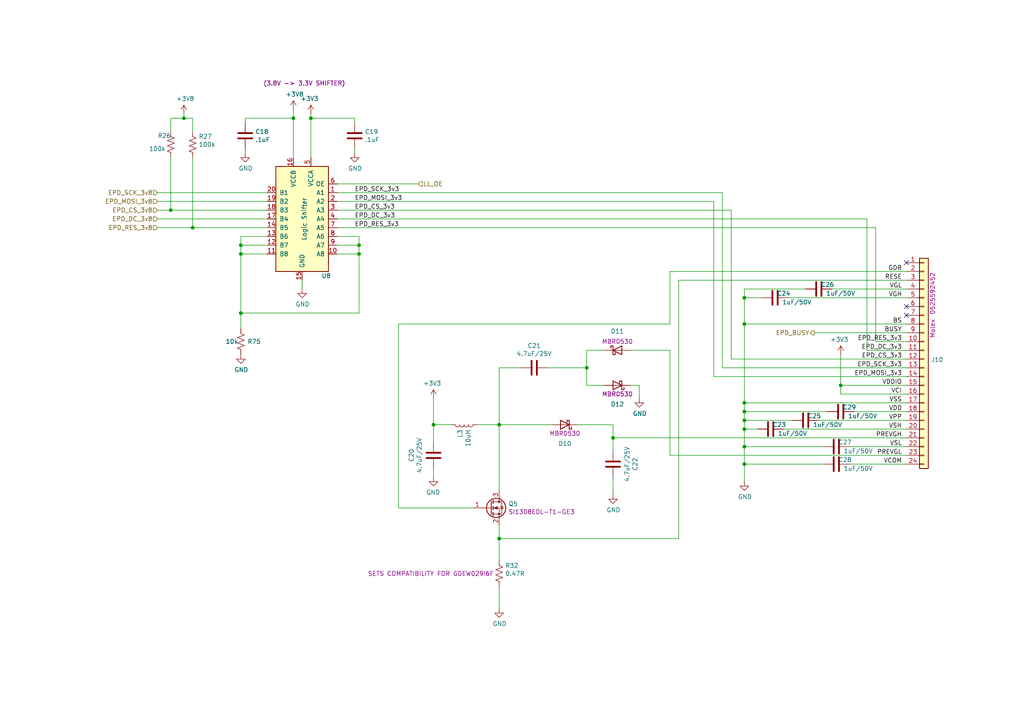
<source format=kicad_sch>
(kicad_sch (version 20211123) (generator eeschema)
  (paper "A4")
  (title_block (title "ePAPER DRIVER") (comment 1 "For Good Display GDEW029I6F "))
  (lib_symbols
    (symbol "Connector_Generic:Conn_01x24" (pin_names (offset 1.016) hide)
      (property "Reference" "J" (at 0 30.48 0))
      (property "Value" "Conn_01x24" (at 0 -33.02 0))
      (symbol "Conn_01x24_1_1"
        (rectangle (start -1.27 -30.353) (end 0 -30.607) (stroke (width 0.1524)))
        (rectangle (start -1.27 -27.813) (end 0 -28.067) (stroke (width 0.1524)))
        (rectangle (start -1.27 -25.273) (end 0 -25.527) (stroke (width 0.1524)))
        (rectangle (start -1.27 -22.733) (end 0 -22.987) (stroke (width 0.1524)))
        (rectangle (start -1.27 -20.193) (end 0 -20.447) (stroke (width 0.1524)))
        (rectangle (start -1.27 -17.653) (end 0 -17.907) (stroke (width 0.1524)))
        (rectangle (start -1.27 -15.113) (end 0 -15.367) (stroke (width 0.1524)))
        (rectangle (start -1.27 -12.573) (end 0 -12.827) (stroke (width 0.1524)))
        (rectangle (start -1.27 -10.033) (end 0 -10.287) (stroke (width 0.1524)))
        (rectangle (start -1.27 -7.493) (end 0 -7.747) (stroke (width 0.1524)))
        (rectangle (start -1.27 -4.953) (end 0 -5.207) (stroke (width 0.1524)))
        (rectangle (start -1.27 -2.413) (end 0 -2.667) (stroke (width 0.1524)))
        (rectangle (start -1.27 0.127) (end 0 -0.127) (stroke (width 0.1524)))
        (rectangle (start -1.27 2.667) (end 0 2.413) (stroke (width 0.1524)))
        (rectangle (start -1.27 5.207) (end 0 4.953) (stroke (width 0.1524)))
        (rectangle (start -1.27 7.747) (end 0 7.493) (stroke (width 0.1524)))
        (rectangle (start -1.27 10.287) (end 0 10.033) (stroke (width 0.1524)))
        (rectangle (start -1.27 12.827) (end 0 12.573) (stroke (width 0.1524)))
        (rectangle (start -1.27 15.367) (end 0 15.113) (stroke (width 0.1524)))
        (rectangle (start -1.27 17.907) (end 0 17.653) (stroke (width 0.1524)))
        (rectangle (start -1.27 20.447) (end 0 20.193) (stroke (width 0.1524)))
        (rectangle (start -1.27 22.987) (end 0 22.733) (stroke (width 0.1524)))
        (rectangle (start -1.27 25.527) (end 0 25.273) (stroke (width 0.1524)))
        (rectangle (start -1.27 28.067) (end 0 27.813) (stroke (width 0.1524)))
        (rectangle (start -1.27 29.21) (end 1.27 -31.75) (stroke (width 0.254)) (fill (type background)))
        (pin passive line (at -5.08 27.94 0) (length 3.81) (name "Pin_1") (number "1"))
        (pin passive line (at -5.08 5.08 0) (length 3.81) (name "Pin_10") (number "10"))
        (pin passive line (at -5.08 2.54 0) (length 3.81) (name "Pin_11") (number "11"))
        (pin passive line (at -5.08 0 0) (length 3.81) (name "Pin_12") (number "12"))
        (pin passive line (at -5.08 -2.54 0) (length 3.81) (name "Pin_13") (number "13"))
        (pin passive line (at -5.08 -5.08 0) (length 3.81) (name "Pin_14") (number "14"))
        (pin passive line (at -5.08 -7.62 0) (length 3.81) (name "Pin_15") (number "15"))
        (pin passive line (at -5.08 -10.16 0) (length 3.81) (name "Pin_16") (number "16"))
        (pin passive line (at -5.08 -12.7 0) (length 3.81) (name "Pin_17") (number "17"))
        (pin passive line (at -5.08 -15.24 0) (length 3.81) (name "Pin_18") (number "18"))
        (pin passive line (at -5.08 -17.78 0) (length 3.81) (name "Pin_19") (number "19"))
        (pin passive line (at -5.08 25.4 0) (length 3.81) (name "Pin_2") (number "2"))
        (pin passive line (at -5.08 -20.32 0) (length 3.81) (name "Pin_20") (number "20"))
        (pin passive line (at -5.08 -22.86 0) (length 3.81) (name "Pin_21") (number "21"))
        (pin passive line (at -5.08 -25.4 0) (length 3.81) (name "Pin_22") (number "22"))
        (pin passive line (at -5.08 -27.94 0) (length 3.81) (name "Pin_23") (number "23"))
        (pin passive line (at -5.08 -30.48 0) (length 3.81) (name "Pin_24") (number "24"))
        (pin passive line (at -5.08 22.86 0) (length 3.81) (name "Pin_3") (number "3"))
        (pin passive line (at -5.08 20.32 0) (length 3.81) (name "Pin_4") (number "4"))
        (pin passive line (at -5.08 17.78 0) (length 3.81) (name "Pin_5") (number "5"))
        (pin passive line (at -5.08 15.24 0) (length 3.81) (name "Pin_6") (number "6"))
        (pin passive line (at -5.08 12.7 0) (length 3.81) (name "Pin_7") (number "7"))
        (pin passive line (at -5.08 10.16 0) (length 3.81) (name "Pin_8") (number "8"))
        (pin passive line (at -5.08 7.62 0) (length 3.81) (name "Pin_9") (number "9"))
      )
    )
    (symbol "Device:C" (pin_numbers hide) (pin_names (offset 0.254))
      (property "Reference" "C" (at 0.635 2.54 0))
      (property "Value" "C" (at 0.635 -2.54 0))
      (symbol "C_0_1"
        (polyline (pts (xy -2.032 -0.762) (xy 2.032 -0.762)) (stroke (width 0.508)))
        (polyline (pts (xy -2.032 0.762) (xy 2.032 0.762)) (stroke (width 0.508)))
      )
      (symbol "C_1_1"
        (pin passive line (at 0 3.81 270) (length 2.794) (name "~") (number "1"))
        (pin passive line (at 0 -3.81 90) (length 2.794) (name "~") (number "2"))
      )
    )
    (symbol "Device:L" (pin_numbers hide) (pin_names (offset 1.016) hide)
      (property "Reference" "L" (at -1.27 0 90))
      (property "Value" "L" (at 1.905 0 90))
      (symbol "L_0_1"
        (arc (start 0 -2.54) (mid 0.635 -1.905) (end 0 -1.27))
        (arc (start 0 -1.27) (mid 0.635 -0.635) (end 0 0))
        (arc (start 0 0) (mid 0.635 0.635) (end 0 1.27))
        (arc (start 0 1.27) (mid 0.635 1.905) (end 0 2.54))
      )
      (symbol "L_1_1"
        (pin passive line (at 0 3.81 270) (length 1.27) (name "1") (number "1"))
        (pin passive line (at 0 -3.81 90) (length 1.27) (name "2") (number "2"))
      )
    )
    (symbol "Device:Q_NMOS_GSD" (pin_names (offset 0) hide)
      (property "Reference" "Q" (at 5.08 1.27 0))
      (property "Value" "Q_NMOS_GSD" (at 5.08 -1.27 0))
      (symbol "Q_NMOS_GSD_0_1"
        (polyline (pts (xy 0.254 0) (xy -2.54 0)))
        (polyline (pts (xy 0.254 1.905) (xy 0.254 -1.905)) (stroke (width 0.254)))
        (polyline (pts (xy 0.762 -1.27) (xy 0.762 -2.286)) (stroke (width 0.254)))
        (polyline (pts (xy 0.762 0.508) (xy 0.762 -0.508)) (stroke (width 0.254)))
        (polyline (pts (xy 0.762 2.286) (xy 0.762 1.27)) (stroke (width 0.254)))
        (polyline (pts (xy 2.54 2.54) (xy 2.54 1.778)))
        (polyline (pts (xy 2.54 -2.54) (xy 2.54 0) (xy 0.762 0)))
        (polyline (pts (xy 0.762 -1.778) (xy 3.302 -1.778) (xy 3.302 1.778) (xy 0.762 1.778)))
        (polyline (pts (xy 1.016 0) (xy 2.032 0.381) (xy 2.032 -0.381) (xy 1.016 0)) (fill (type outline)))
        (polyline (pts (xy 2.794 0.508) (xy 2.921 0.381) (xy 3.683 0.381) (xy 3.81 0.254)))
        (polyline (pts (xy 3.302 0.381) (xy 2.921 -0.254) (xy 3.683 -0.254) (xy 3.302 0.381)))
        (circle (center 1.651 0) (radius 2.794) (stroke (width 0.254)))
        (circle (center 2.54 -1.778) (radius 0.254) (fill (type outline)))
        (circle (center 2.54 1.778) (radius 0.254) (fill (type outline)))
      )
      (symbol "Q_NMOS_GSD_1_1"
        (pin input line (at -5.08 0 0) (length 2.54) (name "G") (number "1"))
        (pin passive line (at 2.54 -5.08 90) (length 2.54) (name "S") (number "2"))
        (pin passive line (at 2.54 5.08 270) (length 2.54) (name "D") (number "3"))
      )
    )
    (symbol "Device:R_US" (pin_numbers hide) (pin_names (offset 0))
      (property "Reference" "R" (at 2.54 0 90))
      (property "Value" "R_US" (at -2.54 0 90))
      (symbol "R_US_0_1"
        (polyline (pts (xy 0 -2.286) (xy 0 -2.54)))
        (polyline (pts (xy 0 2.286) (xy 0 2.54)))
        (polyline (pts (xy 0 -0.762) (xy 1.016 -1.143) (xy 0 -1.524) (xy -1.016 -1.905) (xy 0 -2.286)))
        (polyline (pts (xy 0 0.762) (xy 1.016 0.381) (xy 0 0) (xy -1.016 -0.381) (xy 0 -0.762)))
        (polyline (pts (xy 0 2.286) (xy 1.016 1.905) (xy 0 1.524) (xy -1.016 1.143) (xy 0 0.762)))
      )
      (symbol "R_US_1_1"
        (pin passive line (at 0 3.81 270) (length 1.27) (name "~") (number "1"))
        (pin passive line (at 0 -3.81 90) (length 1.27) (name "~") (number "2"))
      )
    )
    (symbol "Diode:MBR0530" (pin_numbers hide) (pin_names (offset 1.016) hide)
      (property "Reference" "D" (at 0 2.54 0))
      (property "Value" "MBR0530" (at 0 -2.54 0))
      (symbol "MBR0530_0_1"
        (polyline (pts (xy 1.27 0) (xy -1.27 0)))
        (polyline (pts (xy 1.27 1.27) (xy 1.27 -1.27) (xy -1.27 0) (xy 1.27 1.27)) (stroke (width 0.254)))
        (polyline (pts (xy -1.905 0.635) (xy -1.905 1.27) (xy -1.27 1.27) (xy -1.27 -1.27) (xy -0.635 -1.27) (xy -0.635 -0.635)) (stroke (width 0.254)))
      )
      (symbol "MBR0530_1_1"
        (pin passive line (at -3.81 0 0) (length 2.54) (name "K") (number "1"))
        (pin passive line (at 3.81 0 180) (length 2.54) (name "A") (number "2"))
      )
    )
    (symbol "MBR0530_1" (pin_numbers hide) (pin_names (offset 1.016) hide)
      (property "Reference" "D" (at 0 2.54 0))
      (property "Value" "MBR0530_1" (at 0 -2.54 0))
      (symbol "MBR0530_1_0_1"
        (polyline (pts (xy 1.27 0) (xy -1.27 0)))
        (polyline (pts (xy 1.27 1.27) (xy 1.27 -1.27) (xy -1.27 0) (xy 1.27 1.27)) (stroke (width 0.254)))
        (polyline (pts (xy -1.905 0.635) (xy -1.905 1.27) (xy -1.27 1.27) (xy -1.27 -1.27) (xy -0.635 -1.27) (xy -0.635 -0.635)) (stroke (width 0.254)))
      )
      (symbol "MBR0530_1_1_1"
        (pin passive line (at -3.81 0 0) (length 2.54) (name "K") (number "1"))
        (pin passive line (at 3.81 0 180) (length 2.54) (name "A") (number "2"))
      )
    )
    (symbol "MyLibrary:TXB0108DQS" (pin_names (offset 1.016))
      (property "Reference" "U" (at 5.08 -16.51 0))
      (property "Value" "MyLibrary_TXB0108DQS" (at 0 0 90))
      (symbol "TXB0108DQS_1_1"
        (rectangle (start -7.62 15.24) (end 7.62 -15.24) (stroke (width 0.254)) (fill (type background)))
        (pin bidirectional line (at -10.16 7.62 0) (length 2.54) (name "A1") (number "1"))
        (pin bidirectional line (at -10.16 -10.16 0) (length 2.54) (name "A8") (number "10"))
        (pin bidirectional line (at 10.16 -10.16 180) (length 2.54) (name "B8") (number "11"))
        (pin bidirectional line (at 10.16 -7.62 180) (length 2.54) (name "B7") (number "12"))
        (pin bidirectional line (at 10.16 -5.08 180) (length 2.54) (name "B6") (number "13"))
        (pin bidirectional line (at 10.16 -2.54 180) (length 2.54) (name "B5") (number "14"))
        (pin power_in line (at 0 -17.78 90) (length 2.54) (name "GND") (number "15"))
        (pin power_in line (at 2.54 17.78 270) (length 2.54) (name "VCCB") (number "16"))
        (pin bidirectional line (at 10.16 0 180) (length 2.54) (name "B4") (number "17"))
        (pin bidirectional line (at 10.16 2.54 180) (length 2.54) (name "B3") (number "18"))
        (pin bidirectional line (at 10.16 5.08 180) (length 2.54) (name "B2") (number "19"))
        (pin bidirectional line (at -10.16 5.08 0) (length 2.54) (name "A2") (number "2"))
        (pin bidirectional line (at 10.16 7.62 180) (length 2.54) (name "B1") (number "20"))
        (pin bidirectional line (at -10.16 2.54 0) (length 2.54) (name "A3") (number "3"))
        (pin bidirectional line (at -10.16 0 0) (length 2.54) (name "A4") (number "4"))
        (pin power_in line (at -2.54 17.78 270) (length 2.54) (name "VCCA") (number "5"))
        (pin input line (at -10.16 10.16 0) (length 2.54) (name "OE") (number "6"))
        (pin bidirectional line (at -10.16 -2.54 0) (length 2.54) (name "A5") (number "7"))
        (pin bidirectional line (at -10.16 -5.08 0) (length 2.54) (name "A6") (number "8"))
        (pin bidirectional line (at -10.16 -7.62 0) (length 2.54) (name "A7") (number "9"))
      )
    )
    (symbol "power:+3V3" (power) (pin_names (offset 0))
      (property "Value" "+3V3" (at 0 3.556 0))
      (symbol "+3V3_0_1"
        (polyline (pts (xy -0.762 1.27) (xy 0 2.54)))
        (polyline (pts (xy 0 0) (xy 0 2.54)))
        (polyline (pts (xy 0 2.54) (xy 0.762 1.27)))
      )
      (symbol "+3V3_1_1"
        (pin power_in line (at 0 0 90) (length 0) hide (name "+3V3") (number "1"))
      )
    )
    (symbol "power:+3V8" (power) (pin_names (offset 0))
      (property "Value" "+3V8" (at 0 3.556 0))
      (symbol "+3V8_0_1"
        (polyline (pts (xy -0.762 1.27) (xy 0 2.54)))
        (polyline (pts (xy 0 0) (xy 0 2.54)))
        (polyline (pts (xy 0 2.54) (xy 0.762 1.27)))
      )
      (symbol "+3V8_1_1"
        (pin power_in line (at 0 0 90) (length 0) hide (name "+3V8") (number "1"))
      )
    )
    (symbol "power:GND" (power) (pin_names (offset 0))
      (property "Value" "GND" (at 0 -3.81 0))
      (symbol "GND_0_1"
        (polyline (pts (xy 0 0) (xy 0 -1.27) (xy 1.27 -1.27) (xy 0 -2.54) (xy -1.27 -1.27) (xy 0 -1.27)))
      )
      (symbol "GND_1_1"
        (pin power_in line (at 0 0 270) (length 0) hide (name "GND") (number "1"))
      )
    )
  )
  (junction (at 215.9 121.92))
  (junction (at 49.53 60.96))
  (junction (at 215.9 129.54))
  (junction (at 177.8 127))
  (junction (at 243.84 111.76))
  (junction (at 53.34 34.29))
  (junction (at 90.17 34.29))
  (junction (at 215.9 119.38))
  (junction (at 215.9 134.62))
  (junction (at 170.18 106.68))
  (junction (at 69.85 90.805))
  (junction (at 144.78 156.21))
  (junction (at 215.9 124.46))
  (junction (at 215.9 116.84))
  (junction (at 215.9 93.98))
  (junction (at 104.14 73.66))
  (junction (at 215.9 86.36))
  (junction (at 85.09 34.29))
  (junction (at 144.78 123.19))
  (junction (at 125.73 123.19))
  (junction (at 104.14 71.12))
  (junction (at 69.85 71.12))
  (junction (at 69.85 73.66))
  (junction (at 55.88 66.04))
  (no_connect (at 262.89 91.44))
  (no_connect (at 262.89 88.9))
  (no_connect (at 262.89 76.2))
  (wire (pts (xy 97.79 60.96) (xy 212.09 60.96)))
  (wire (pts (xy 55.88 38.1) (xy 55.88 34.29)))
  (wire (pts (xy 55.88 45.72) (xy 55.88 66.04)))
  (wire (pts (xy 194.31 132.08) (xy 262.89 132.08)))
  (wire (pts (xy 246.38 129.54) (xy 262.89 129.54)))
  (wire (pts (xy 194.31 132.08) (xy 194.31 101.6)))
  (wire (pts (xy 215.9 83.82) (xy 215.9 86.36)))
  (wire (pts (xy 90.17 33.02) (xy 90.17 34.29)))
  (wire (pts (xy 144.78 156.21) (xy 196.85 156.21)))
  (wire (pts (xy 71.12 34.29) (xy 71.12 35.56)))
  (wire (pts (xy 177.8 127) (xy 262.89 127)))
  (wire (pts (xy 104.14 71.12) (xy 104.14 68.58)))
  (wire (pts (xy 104.14 73.66) (xy 104.14 90.805)))
  (wire (pts (xy 243.84 111.76) (xy 243.84 114.3)))
  (wire (pts (xy 262.89 111.76) (xy 243.84 111.76)))
  (wire (pts (xy 144.78 156.21) (xy 144.78 162.56)))
  (wire (pts (xy 240.03 119.38) (xy 215.9 119.38)))
  (wire (pts (xy 144.78 170.18) (xy 144.78 176.53)))
  (wire (pts (xy 45.72 55.88) (xy 77.47 55.88)))
  (wire (pts (xy 196.85 81.28) (xy 262.89 81.28)))
  (wire (pts (xy 207.01 109.22) (xy 262.89 109.22)))
  (wire (pts (xy 251.46 63.5) (xy 251.46 101.6)))
  (wire (pts (xy 144.78 123.19) (xy 160.02 123.19)))
  (wire (pts (xy 77.47 73.66) (xy 69.85 73.66)))
  (wire (pts (xy 254 66.04) (xy 254 99.06)))
  (wire (pts (xy 215.9 124.46) (xy 215.9 129.54)))
  (wire (pts (xy 151.13 106.68) (xy 144.78 106.68)))
  (wire (pts (xy 97.79 71.12) (xy 104.14 71.12)))
  (wire (pts (xy 262.89 116.84) (xy 215.9 116.84)))
  (wire (pts (xy 243.84 114.3) (xy 262.89 114.3)))
  (wire (pts (xy 237.49 121.92) (xy 262.89 121.92)))
  (wire (pts (xy 194.31 78.74) (xy 262.89 78.74)))
  (wire (pts (xy 215.9 121.92) (xy 215.9 124.46)))
  (wire (pts (xy 207.01 58.42) (xy 207.01 109.22)))
  (wire (pts (xy 97.79 63.5) (xy 251.46 63.5)))
  (wire (pts (xy 87.63 81.28) (xy 87.63 83.82)))
  (wire (pts (xy 49.53 34.29) (xy 49.53 38.1)))
  (wire (pts (xy 170.18 101.6) (xy 175.26 101.6)))
  (wire (pts (xy 97.79 73.66) (xy 104.14 73.66)))
  (wire (pts (xy 215.9 129.54) (xy 238.76 129.54)))
  (wire (pts (xy 167.64 123.19) (xy 177.8 123.19)))
  (wire (pts (xy 125.73 115.57) (xy 125.73 123.19)))
  (wire (pts (xy 97.79 66.04) (xy 254 66.04)))
  (wire (pts (xy 125.73 138.43) (xy 125.73 135.89)))
  (wire (pts (xy 254 99.06) (xy 262.89 99.06)))
  (wire (pts (xy 77.47 66.04) (xy 55.88 66.04)))
  (wire (pts (xy 177.8 138.43) (xy 177.8 143.51)))
  (wire (pts (xy 233.68 83.82) (xy 215.9 83.82)))
  (wire (pts (xy 53.34 34.29) (xy 53.34 33.02)))
  (wire (pts (xy 158.75 106.68) (xy 170.18 106.68)))
  (wire (pts (xy 212.09 60.96) (xy 212.09 104.14)))
  (wire (pts (xy 177.8 123.19) (xy 177.8 127)))
  (wire (pts (xy 194.31 93.98) (xy 194.31 78.74)))
  (wire (pts (xy 55.88 34.29) (xy 53.34 34.29)))
  (wire (pts (xy 69.85 90.805) (xy 69.85 95.25)))
  (wire (pts (xy 262.89 124.46) (xy 227.33 124.46)))
  (wire (pts (xy 182.88 111.76) (xy 185.42 111.76)))
  (wire (pts (xy 194.31 101.6) (xy 182.88 101.6)))
  (wire (pts (xy 251.46 101.6) (xy 262.89 101.6)))
  (wire (pts (xy 212.09 104.14) (xy 262.89 104.14)))
  (wire (pts (xy 90.17 34.29) (xy 90.17 45.72)))
  (wire (pts (xy 102.87 35.56) (xy 102.87 34.29)))
  (wire (pts (xy 170.18 106.68) (xy 170.18 101.6)))
  (wire (pts (xy 209.55 106.68) (xy 262.89 106.68)))
  (wire (pts (xy 229.87 121.92) (xy 215.9 121.92)))
  (wire (pts (xy 53.34 34.29) (xy 49.53 34.29)))
  (wire (pts (xy 85.09 34.29) (xy 71.12 34.29)))
  (wire (pts (xy 104.14 73.66) (xy 104.14 71.12)))
  (wire (pts (xy 238.76 134.62) (xy 215.9 134.62)))
  (wire (pts (xy 102.87 44.45) (xy 102.87 43.18)))
  (wire (pts (xy 137.16 147.32) (xy 115.57 147.32)))
  (wire (pts (xy 236.22 96.52) (xy 262.89 96.52)))
  (wire (pts (xy 85.09 34.29) (xy 85.09 31.75)))
  (wire (pts (xy 85.09 45.72) (xy 85.09 34.29)))
  (wire (pts (xy 104.14 90.805) (xy 69.85 90.805)))
  (wire (pts (xy 262.89 83.82) (xy 241.3 83.82)))
  (wire (pts (xy 209.55 55.88) (xy 209.55 106.68)))
  (wire (pts (xy 97.79 53.34) (xy 121.285 53.34)))
  (wire (pts (xy 125.73 123.19) (xy 125.73 128.27)))
  (wire (pts (xy 215.9 116.84) (xy 215.9 119.38)))
  (wire (pts (xy 69.85 73.66) (xy 69.85 90.805)))
  (wire (pts (xy 215.9 134.62) (xy 215.9 139.7)))
  (wire (pts (xy 215.9 129.54) (xy 215.9 134.62)))
  (wire (pts (xy 97.79 55.88) (xy 209.55 55.88)))
  (wire (pts (xy 102.87 34.29) (xy 90.17 34.29)))
  (wire (pts (xy 138.43 123.19) (xy 144.78 123.19)))
  (wire (pts (xy 215.9 93.98) (xy 215.9 116.84)))
  (wire (pts (xy 45.72 63.5) (xy 77.47 63.5)))
  (wire (pts (xy 243.84 111.76) (xy 243.84 102.87)))
  (wire (pts (xy 130.81 123.19) (xy 125.73 123.19)))
  (wire (pts (xy 215.9 86.36) (xy 215.9 93.98)))
  (wire (pts (xy 69.85 71.12) (xy 77.47 71.12)))
  (wire (pts (xy 71.12 44.45) (xy 71.12 43.18)))
  (wire (pts (xy 69.85 71.12) (xy 69.85 68.58)))
  (wire (pts (xy 262.89 134.62) (xy 246.38 134.62)))
  (wire (pts (xy 170.18 106.68) (xy 170.18 111.76)))
  (wire (pts (xy 115.57 147.32) (xy 115.57 93.98)))
  (wire (pts (xy 69.85 73.66) (xy 69.85 71.12)))
  (wire (pts (xy 49.53 60.96) (xy 45.72 60.96)))
  (wire (pts (xy 115.57 93.98) (xy 194.31 93.98)))
  (wire (pts (xy 177.8 127) (xy 177.8 130.81)))
  (wire (pts (xy 196.85 156.21) (xy 196.85 81.28)))
  (wire (pts (xy 220.98 86.36) (xy 215.9 86.36)))
  (wire (pts (xy 45.72 58.42) (xy 77.47 58.42)))
  (wire (pts (xy 144.78 152.4) (xy 144.78 156.21)))
  (wire (pts (xy 55.88 66.04) (xy 45.72 66.04)))
  (wire (pts (xy 97.79 58.42) (xy 207.01 58.42)))
  (wire (pts (xy 219.71 124.46) (xy 215.9 124.46)))
  (wire (pts (xy 77.47 60.96) (xy 49.53 60.96)))
  (wire (pts (xy 170.18 111.76) (xy 175.26 111.76)))
  (wire (pts (xy 69.85 68.58) (xy 77.47 68.58)))
  (wire (pts (xy 262.89 93.98) (xy 215.9 93.98)))
  (wire (pts (xy 215.9 119.38) (xy 215.9 121.92)))
  (wire (pts (xy 185.42 111.76) (xy 185.42 115.57)))
  (wire (pts (xy 262.89 119.38) (xy 247.65 119.38)))
  (wire (pts (xy 144.78 106.68) (xy 144.78 123.19)))
  (wire (pts (xy 49.53 60.96) (xy 49.53 45.72)))
  (wire (pts (xy 262.89 86.36) (xy 228.6 86.36)))
  (wire (pts (xy 104.14 68.58) (xy 97.79 68.58)))
  (wire (pts (xy 144.78 123.19) (xy 144.78 142.24)))
  (label "EPD_CS_3v3" (at 261.62 104.14 180))
  (label "VSL" (at 261.62 129.54 180))
  (label "EPD_CS_3v3" (at 102.87 60.96 0))
  (label "GDR" (at 261.62 78.74 180))
  (label "EPD_MOSI_3v3" (at 102.87 58.42 0))
  (label "EPD_RES_3v3" (at 102.87 66.04 0))
  (label "PREVGL" (at 261.62 132.08 180))
  (label "BUSY" (at 261.62 96.52 180))
  (label "EPD_DC_3v3" (at 102.87 63.5 0))
  (label "VSH" (at 261.62 124.46 180))
  (label "VDD" (at 261.62 119.38 180))
  (label "RESE" (at 261.62 81.28 180))
  (label "EPD_DC_3v3" (at 261.62 101.6 180))
  (label "VDDIO" (at 261.62 111.76 180))
  (label "VGL" (at 261.62 83.82 180))
  (label "VCOM" (at 261.62 134.62 180))
  (label "PREVGH" (at 261.62 127 180))
  (label "EPD_RES_3v3" (at 261.62 99.06 180))
  (label "VPP" (at 261.62 121.92 180))
  (label "VSS" (at 261.62 116.84 180))
  (label "VGH" (at 261.62 86.36 180))
  (label "VCI" (at 261.62 114.3 180))
  (label "BS" (at 261.62 93.98 180))
  (label "EPD_SCK_3v3" (at 102.87 55.88 0))
  (label "EPD_MOSI_3v3" (at 261.62 109.22 180))
  (label "EPD_SCK_3v3" (at 261.62 106.68 180))
  (hierarchical_label "EPD_CS_3v8" (shape input) (at 45.72 60.96 180))
  (hierarchical_label "EPD_RES_3v8" (shape input) (at 45.72 66.04 180))
  (hierarchical_label "EPD_BUSY" (shape output) (at 236.22 96.52 180))
  (hierarchical_label "EPD_DC_3v8" (shape input) (at 45.72 63.5 180))
  (hierarchical_label "EPD_SCK_3v8" (shape input) (at 45.72 55.88 180))
  (hierarchical_label "LL_OE" (shape input) (at 121.285 53.34 0))
  (hierarchical_label "EPD_MOSI_3v8" (shape input) (at 45.72 58.42 180))
  (symbol (lib_id "power:GND") (at 144.78 176.53 0) (unit 1)
    (property "Reference" "#PWR0155" (effects hide))
    (property "Value" "GND" (at 144.907 180.9242 0))
  )
  (symbol (lib_id "Device:C") (at 177.8 134.62 180) (unit 1)
    (property "Reference" "C22" (at 184.2008 134.62 90))
    (property "Value" "4.7uF/25V" (at 181.8894 134.62 90))
    (property "Footprint" "Capacitor_SMD:C_0805_2012Metric" (effects hide))
    (property "Mfg. Name" "Samsung" (effects hide))
    (property "Mfg. Part No." "CL21A475KBQNNNE" (effects hide))
  )
  (symbol (lib_id "power:GND") (at 177.8 143.51 0) (unit 1)
    (property "Reference" "#PWR0156" (effects hide))
    (property "Value" "GND" (at 177.927 147.9042 0))
  )
  (symbol (lib_id "Device:C") (at 154.94 106.68 270) (unit 1)
    (property "Reference" "C21" (at 154.94 100.2792 90))
    (property "Value" "4.7uF/25V" (at 154.94 102.5906 90))
    (property "Footprint" "Capacitor_SMD:C_0805_2012Metric" (effects hide))
    (property "Mfg. Name" "Samsung" (effects hide))
    (property "Mfg. Part No." "CL21A475KBQNNNE" (effects hide))
  )
  (symbol (lib_id "Diode:MBR0530") (at 179.07 101.6 0) (unit 1)
    (property "Reference" "D11" (at 179.07 96.1136 0))
    (property "Value" "MBR0530 Diode for ePaper" (effects hide))
    (property "Footprint" "Diode_SMD:D_SOD-123" (effects hide))
    (property "Datasheet" "http://www.mccsemi.com/up_pdf/MBR0520~MBR0580(SOD123).pdf" (effects hide))
    (property "Mfg. Name" "ON Semi" (effects hide))
    (property "Mfg. Part No." "MBR0530" (at 179.07 99.06 0))
  )
  (symbol (lib_id "power:GND") (at 185.42 115.57 0) (unit 1)
    (property "Reference" "#PWR0157" (effects hide))
    (property "Value" "GND" (at 185.547 119.9642 0))
  )
  (symbol (lib_id "Device:C") (at 237.49 83.82 270) (unit 1)
    (property "Reference" "C26" (at 240.03 82.55 90))
    (property "Value" "1uF/50V" (at 243.84 85.09 90))
    (property "Footprint" "Capacitor_SMD:C_0805_2012Metric" (effects hide))
    (property "Mfg. Name" "Yageo" (effects hide))
    (property "Mfg. Part No." "CC0805KKX7R9BB105" (effects hide))
  )
  (symbol (lib_id "Device:C") (at 224.79 86.36 270) (unit 1)
    (property "Reference" "C24" (at 227.33 85.09 90))
    (property "Value" "1uF/50V" (at 231.14 87.63 90))
    (property "Footprint" "Capacitor_SMD:C_0805_2012Metric" (effects hide))
    (property "Mfg. Name" "Yageo" (effects hide))
    (property "Mfg. Part No." "CC0805KKX7R9BB105" (effects hide))
  )
  (symbol (lib_id "power:GND") (at 215.9 139.7 0) (unit 1)
    (property "Reference" "#PWR0158" (effects hide))
    (property "Value" "GND" (at 216.027 144.0942 0))
  )
  (symbol (lib_id "power:+3V3") (at 90.17 33.02 0) (mirror y) (unit 1)
    (property "Reference" "#PWR0164" (effects hide))
    (property "Value" "+3V3" (at 89.789 28.6258 0))
  )
  (symbol (lib_id "power:GND") (at 87.63 83.82 0) (unit 1)
    (property "Reference" "#PWR0165" (effects hide))
    (property "Value" "GND" (at 87.757 88.2142 0))
  )
  (symbol (lib_id "Device:R_US") (at 49.53 41.91 0) (unit 1)
    (property "Reference" "R26" (at 45.72 39.37 0) (effects (justify left)))
    (property "Value" "100k" (at 43.18 43.18 0) (effects (justify left)))
    (property "Footprint" "Resistor_SMD:R_0603_1608Metric" (effects hide))
  )
  (symbol (lib_id "power:+3V8") (at 53.34 33.02 0) (unit 1)
    (property "Reference" "#PWR0166" (effects hide))
    (property "Value" "+3V8" (at 53.721 28.6258 0))
  )
  (symbol (lib_id "Device:R_US") (at 55.88 41.91 0) (unit 1)
    (property "Reference" "R27" (at 57.6072 39.5986 0) (effects (justify left)))
    (property "Value" "100k" (at 57.6072 41.91 0) (effects (justify left)))
    (property "Footprint" "Resistor_SMD:R_0603_1608Metric" (effects hide))
  )
  (symbol (lib_id "power:+3V3") (at 243.84 102.87 0) (mirror y) (unit 1)
    (property "Reference" "#PWR0167" (effects hide))
    (property "Value" "+3V3" (at 243.459 98.4758 0))
  )
  (symbol (lib_id "Device:C") (at 243.84 119.38 270) (unit 1)
    (property "Reference" "C29" (at 246.38 118.11 90))
    (property "Value" "1uF/50V" (at 250.19 120.65 90))
    (property "Footprint" "Capacitor_SMD:C_0805_2012Metric" (effects hide))
    (property "Mfg. Name" "Yageo" (effects hide))
    (property "Mfg. Part No." "CC0805KKX7R9BB105" (effects hide))
  )
  (symbol (lib_id "Device:C") (at 223.52 124.46 270) (unit 1)
    (property "Reference" "C23" (at 226.06 123.19 90))
    (property "Value" "1uF/50V" (at 229.87 125.73 90))
    (property "Footprint" "Capacitor_SMD:C_0805_2012Metric" (effects hide))
    (property "Mfg. Name" "Yageo" (effects hide))
    (property "Mfg. Part No." "CC0805KKX7R9BB105" (effects hide))
  )
  (symbol (lib_id "Device:C") (at 233.68 121.92 270) (unit 1)
    (property "Reference" "C25" (at 236.22 120.65 90))
    (property "Value" "1uF/50V" (at 240.03 123.19 90))
    (property "Footprint" "Capacitor_SMD:C_0805_2012Metric" (effects hide))
    (property "Mfg. Name" "Yageo" (effects hide))
    (property "Mfg. Part No." "CC0805KKX7R9BB105" (effects hide))
  )
  (symbol (lib_id "Device:C") (at 242.57 129.54 270) (unit 1)
    (property "Reference" "C27" (at 245.11 128.27 90))
    (property "Value" "1uF/50V" (at 248.92 130.81 90))
    (property "Footprint" "Capacitor_SMD:C_0805_2012Metric" (effects hide))
    (property "Mfg. Name" "Yageo" (effects hide))
    (property "Mfg. Part No." "CC0805KKX7R9BB105" (effects hide))
  )
  (symbol (lib_id "Device:C") (at 242.57 134.62 270) (unit 1)
    (property "Reference" "C28" (at 245.11 133.35 90))
    (property "Value" "1uF/50V" (at 248.92 135.89 90))
    (property "Footprint" "Capacitor_SMD:C_0805_2012Metric" (effects hide))
    (property "Mfg. Name" "Yageo" (effects hide))
    (property "Mfg. Part No." "CC0805KKX7R9BB105" (effects hide))
  )
  (symbol (lib_id "power:+3V8") (at 85.09 31.75 0) (unit 1)
    (property "Reference" "#PWR0170" (effects hide))
    (property "Value" "+3V8" (at 85.471 27.3558 0))
  )
  (symbol (lib_id "Device:C") (at 71.12 39.37 0) (unit 1)
    (property "Reference" "C18" (at 74.041 38.2016 0) (effects (justify left)))
    (property "Value" ".1uF" (at 74.041 40.513 0) (effects (justify left)))
    (property "Footprint" "Capacitor_SMD:C_0603_1608Metric" (effects hide))
  )
  (symbol (lib_id "Device:Q_NMOS_GSD") (at 142.24 147.32 0) (unit 1)
    (property "Reference" "Q5" (at 147.447 146.1516 0) (effects (justify left)))
    (property "Value" "N-MOSFET 30V 1.4A" (effects hide))
    (property "Footprint" "Package_TO_SOT_SMD:SOT-323_SC-70" (effects hide))
    (property "Datasheet" "https://www.vishay.com/docs/63399/si1308edl.pdf" (effects hide))
    (property "Mfg. Name" "Vishay" (effects hide))
    (property "Mfg. Part No." "SI1308EDL-T1-GE3 " (at 147.447 148.463 0) (effects (justify left)))
    (property "Alt. Part No." "NX3020NAKW,115" (effects hide))
  )
  (symbol (lib_id "Device:R_US") (at 144.78 166.37 0) (unit 1)
    (property "Reference" "R32" (at 146.5072 164.0586 0) (effects (justify left)))
    (property "Value" "0.47R" (at 146.5072 166.37 0) (effects (justify left)))
    (property "Footprint" "Resistor_SMD:R_0402_1005Metric" (effects hide))
    (property "Note" "SETS COMPATIBILITY FOR GDEW029I6F" (at 106.68 166.37 0) (effects (justify left)))
    (property "Mfg. Name" "Panasonic" (effects hide))
    (property "Mfg. Part No." "ERJ-2BQJR47X" (effects hide))
  )
  (symbol (lib_id "power:GND") (at 71.12 44.45 0) (unit 1)
    (property "Reference" "#PWR0171" (effects hide))
    (property "Value" "GND" (at 71.247 48.8442 0))
  )
  (symbol (lib_id "Device:C") (at 102.87 39.37 0) (unit 1)
    (property "Reference" "C19" (at 105.791 38.2016 0) (effects (justify left)))
    (property "Value" ".1uF" (at 105.791 40.513 0) (effects (justify left)))
    (property "Footprint" "Capacitor_SMD:C_0603_1608Metric" (effects hide))
  )
  (symbol (lib_id "power:GND") (at 102.87 44.45 0) (unit 1)
    (property "Reference" "#PWR0172" (effects hide))
    (property "Value" "GND" (at 102.997 48.8442 0))
  )
  (symbol (lib_id "Connector_Generic:Conn_01x24") (at 267.97 104.14 0) (unit 1)
    (property "Reference" "J10" (at 270.002 104.3432 0) (effects (justify left)))
    (property "Value" "FPC Connector for ePaper" (effects hide))
    (property "Footprint" "MyFootprints:Molex_24pFPC_Vert_0525592452" (effects hide))
    (property "Mfg. Name" "Molex" (at 270.51 95.25 90))
    (property "Mfg. Part No." "0525592452" (at 270.51 85.09 90))
  )
  (symbol (lib_id "Device:L") (at 134.62 123.19 90) (mirror x) (unit 1)
    (property "Reference" "L3" (at 133.4516 124.5362 0) (effects (justify left)))
    (property "Value" "10uH" (at 135.763 124.5362 0) (effects (justify left)))
    (property "Footprint" "MyFootprints:Inductor10uH_Wurth_744053100" (effects hide))
    (property "Mfg. Name" "Wurth" (effects hide))
    (property "Mfg. Part No." "744053100" (effects hide))
  )
  (symbol (lib_id "power:+3V3") (at 125.73 115.57 0) (mirror y) (unit 1)
    (property "Reference" "#PWR0153" (effects hide))
    (property "Value" "+3V3" (at 125.349 111.1758 0))
  )
  (symbol (lib_id "Device:C") (at 125.73 132.08 0) (mirror x) (unit 1)
    (property "Reference" "C20" (at 119.3292 132.08 90))
    (property "Value" "4.7uF/25V" (at 121.6406 132.08 90))
    (property "Footprint" "Capacitor_SMD:C_0805_2012Metric" (effects hide))
    (property "Mfg. Name" "Samsung" (effects hide))
    (property "Mfg. Part No." "CL21A475KBQNNNE" (effects hide))
  )
  (symbol (lib_id "power:GND") (at 125.73 138.43 0) (mirror y) (unit 1)
    (property "Reference" "#PWR0154" (effects hide))
    (property "Value" "GND" (at 125.603 142.8242 0))
  )
  (symbol (lib_id "MyLibrary:TXB0108DQS") (at 87.63 63.5 0) (mirror y) (unit 1)
    (property "Reference" "U8" (at 94.615 80.01 0))
    (property "Value" "Logic Shifter" (at 88.265 63.5 90))
    (property "Footprint" "MyFootprints:TXB0108_USON-20_2x4mm_P0.4mm" (effects hide))
    (property "Datasheet" "http://www.ti.com/lit/ds/symlink/txb0108.pdf" (effects hide))
    (property "Label" "(3.8V -> 3.3V SHIFTER)" (at 88.265 24.13 0))
    (property "Mfg. Name" "TI" (effects hide))
    (property "Mfg. Part No." "TXB0108DQSR" (effects hide))
  )
  (symbol (lib_id "power:GND") (at 69.85 102.87 0) (unit 1)
    (property "Reference" "#PWR0194" (effects hide))
    (property "Value" "GND" (at 69.977 107.2642 0))
  )
  (symbol (lib_id "Device:R_US") (at 69.85 99.06 0) (unit 1)
    (property "Reference" "R75" (at 71.755 99.06 0) (effects (justify left)))
    (property "Value" "10k" (at 65.405 99.06 0) (effects (justify left)))
    (property "Footprint" "Resistor_SMD:R_0603_1608Metric" (effects hide))
  )
  (symbol (lib_name "MBR0530_1") (lib_id "Diode:MBR0530") (at 163.83 123.19 180) (unit 1)
    (property "Reference" "D10" (at 163.83 128.6764 0))
    (property "Value" "MBR0530 Diode for ePaper" (effects hide))
    (property "Footprint" "Diode_SMD:D_SOD-123" (effects hide))
    (property "Datasheet" "http://www.mccsemi.com/up_pdf/MBR0520~MBR0580(SOD123).pdf" (effects hide))
    (property "Mfg. Name" "ON Semi" (effects hide))
    (property "Mfg. Part No." "MBR0530" (at 163.83 125.73 0))
  )
  (symbol (lib_id "Diode:MBR0530") (at 179.07 111.76 180) (unit 1)
    (property "Reference" "D12" (at 179.07 117.2464 0))
    (property "Value" "MBR0530 Diode for ePaper" (effects hide))
    (property "Footprint" "Diode_SMD:D_SOD-123" (effects hide))
    (property "Datasheet" "http://www.mccsemi.com/up_pdf/MBR0520~MBR0580(SOD123).pdf" (effects hide))
    (property "Mfg. Name" "ON Semi" (effects hide))
    (property "Mfg. Part No." "MBR0530" (at 179.07 114.3 0))
  )
)
</source>
